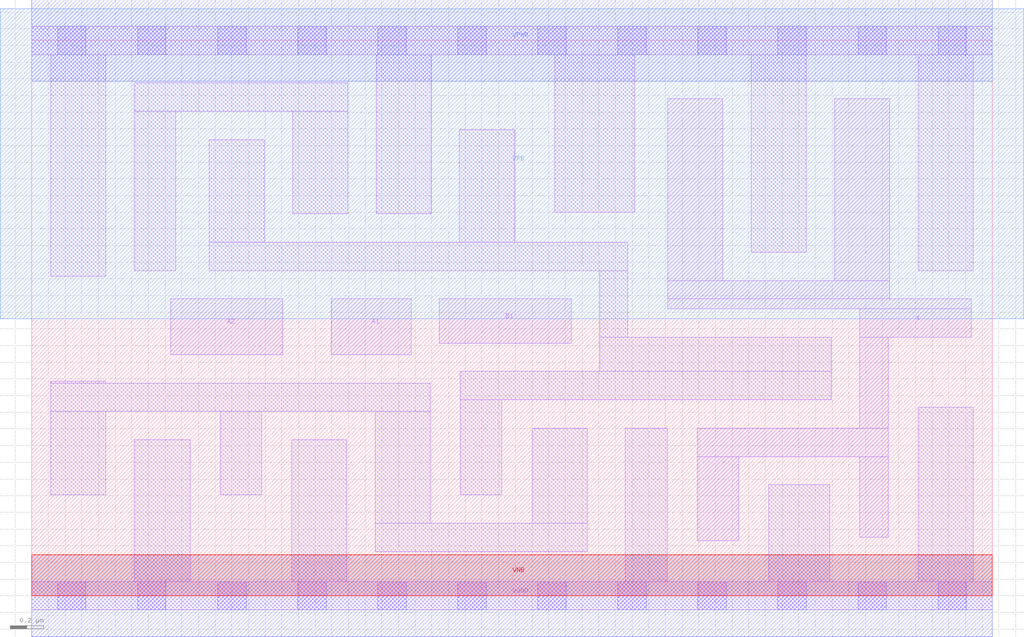
<source format=lef>
# Copyright 2020 The SkyWater PDK Authors
#
# Licensed under the Apache License, Version 2.0 (the "License");
# you may not use this file except in compliance with the License.
# You may obtain a copy of the License at
#
#     https://www.apache.org/licenses/LICENSE-2.0
#
# Unless required by applicable law or agreed to in writing, software
# distributed under the License is distributed on an "AS IS" BASIS,
# WITHOUT WARRANTIES OR CONDITIONS OF ANY KIND, either express or implied.
# See the License for the specific language governing permissions and
# limitations under the License.
#
# SPDX-License-Identifier: Apache-2.0

VERSION 5.7 ;
  NOWIREEXTENSIONATPIN ON ;
  DIVIDERCHAR "/" ;
  BUSBITCHARS "[]" ;
MACRO sky130_fd_sc_ls__o21a_4
  CLASS CORE ;
  FOREIGN sky130_fd_sc_ls__o21a_4 ;
  ORIGIN  0.000000  0.000000 ;
  SIZE  5.760000 BY  3.330000 ;
  SYMMETRY X Y ;
  SITE unit ;
  PIN A1
    ANTENNAGATEAREA  0.492000 ;
    DIRECTION INPUT ;
    USE SIGNAL ;
    PORT
      LAYER li1 ;
        RECT 1.795000 1.445000 2.275000 1.780000 ;
    END
  END A1
  PIN A2
    ANTENNAGATEAREA  0.492000 ;
    DIRECTION INPUT ;
    USE SIGNAL ;
    PORT
      LAYER li1 ;
        RECT 0.835000 1.445000 1.505000 1.780000 ;
    END
  END A2
  PIN B1
    ANTENNAGATEAREA  0.444000 ;
    DIRECTION INPUT ;
    USE SIGNAL ;
    PORT
      LAYER li1 ;
        RECT 2.445000 1.515000 3.235000 1.780000 ;
    END
  END B1
  PIN X
    ANTENNADIFFAREA  1.086400 ;
    DIRECTION OUTPUT ;
    USE SIGNAL ;
    PORT
      LAYER li1 ;
        RECT 3.815000 1.720000 5.635000 1.780000 ;
        RECT 3.815000 1.780000 5.145000 1.890000 ;
        RECT 3.815000 1.890000 4.145000 2.980000 ;
        RECT 3.990000 0.330000 4.240000 0.835000 ;
        RECT 3.990000 0.835000 5.135000 1.005000 ;
        RECT 4.815000 1.890000 5.145000 2.980000 ;
        RECT 4.965000 0.350000 5.135000 0.835000 ;
        RECT 4.965000 1.005000 5.135000 1.550000 ;
        RECT 4.965000 1.550000 5.635000 1.720000 ;
    END
  END X
  PIN VGND
    DIRECTION INOUT ;
    SHAPE ABUTMENT ;
    USE GROUND ;
    PORT
      LAYER met1 ;
        RECT 0.000000 -0.245000 5.760000 0.245000 ;
    END
  END VGND
  PIN VNB
    DIRECTION INOUT ;
    USE GROUND ;
    PORT
      LAYER pwell ;
        RECT 0.000000 0.000000 5.760000 0.245000 ;
    END
  END VNB
  PIN VPB
    DIRECTION INOUT ;
    USE POWER ;
    PORT
      LAYER nwell ;
        RECT -0.190000 1.660000 5.950000 3.520000 ;
    END
  END VPB
  PIN VPWR
    DIRECTION INOUT ;
    SHAPE ABUTMENT ;
    USE POWER ;
    PORT
      LAYER met1 ;
        RECT 0.000000 3.085000 5.760000 3.575000 ;
    END
  END VPWR
  OBS
    LAYER li1 ;
      RECT 0.000000 -0.085000 5.760000 0.085000 ;
      RECT 0.000000  3.245000 5.760000 3.415000 ;
      RECT 0.115000  0.605000 0.445000 1.105000 ;
      RECT 0.115000  1.105000 2.390000 1.275000 ;
      RECT 0.115000  1.275000 0.445000 1.285000 ;
      RECT 0.115000  1.915000 0.445000 3.245000 ;
      RECT 0.615000  0.085000 0.950000 0.935000 ;
      RECT 0.615000  1.950000 0.865000 2.905000 ;
      RECT 0.615000  2.905000 1.895000 3.075000 ;
      RECT 1.065000  1.950000 3.575000 2.120000 ;
      RECT 1.065000  2.120000 1.395000 2.735000 ;
      RECT 1.130000  0.605000 1.380000 1.105000 ;
      RECT 1.560000  0.085000 1.890000 0.935000 ;
      RECT 1.565000  2.290000 1.895000 2.905000 ;
      RECT 2.060000  0.265000 3.330000 0.435000 ;
      RECT 2.060000  0.435000 2.390000 1.105000 ;
      RECT 2.065000  2.290000 2.395000 3.245000 ;
      RECT 2.565000  2.120000 2.895000 2.795000 ;
      RECT 2.570000  0.605000 2.820000 1.175000 ;
      RECT 2.570000  1.175000 4.795000 1.345000 ;
      RECT 3.000000  0.435000 3.330000 1.005000 ;
      RECT 3.135000  2.300000 3.615000 3.245000 ;
      RECT 3.405000  1.345000 4.795000 1.550000 ;
      RECT 3.405000  1.550000 3.575000 1.950000 ;
      RECT 3.560000  0.085000 3.810000 1.005000 ;
      RECT 4.315000  2.060000 4.645000 3.245000 ;
      RECT 4.420000  0.085000 4.785000 0.665000 ;
      RECT 5.315000  0.085000 5.645000 1.130000 ;
      RECT 5.315000  1.950000 5.645000 3.245000 ;
    LAYER mcon ;
      RECT 0.155000 -0.085000 0.325000 0.085000 ;
      RECT 0.155000  3.245000 0.325000 3.415000 ;
      RECT 0.635000 -0.085000 0.805000 0.085000 ;
      RECT 0.635000  3.245000 0.805000 3.415000 ;
      RECT 1.115000 -0.085000 1.285000 0.085000 ;
      RECT 1.115000  3.245000 1.285000 3.415000 ;
      RECT 1.595000 -0.085000 1.765000 0.085000 ;
      RECT 1.595000  3.245000 1.765000 3.415000 ;
      RECT 2.075000 -0.085000 2.245000 0.085000 ;
      RECT 2.075000  3.245000 2.245000 3.415000 ;
      RECT 2.555000 -0.085000 2.725000 0.085000 ;
      RECT 2.555000  3.245000 2.725000 3.415000 ;
      RECT 3.035000 -0.085000 3.205000 0.085000 ;
      RECT 3.035000  3.245000 3.205000 3.415000 ;
      RECT 3.515000 -0.085000 3.685000 0.085000 ;
      RECT 3.515000  3.245000 3.685000 3.415000 ;
      RECT 3.995000 -0.085000 4.165000 0.085000 ;
      RECT 3.995000  3.245000 4.165000 3.415000 ;
      RECT 4.475000 -0.085000 4.645000 0.085000 ;
      RECT 4.475000  3.245000 4.645000 3.415000 ;
      RECT 4.955000 -0.085000 5.125000 0.085000 ;
      RECT 4.955000  3.245000 5.125000 3.415000 ;
      RECT 5.435000 -0.085000 5.605000 0.085000 ;
      RECT 5.435000  3.245000 5.605000 3.415000 ;
  END
END sky130_fd_sc_ls__o21a_4
END LIBRARY

</source>
